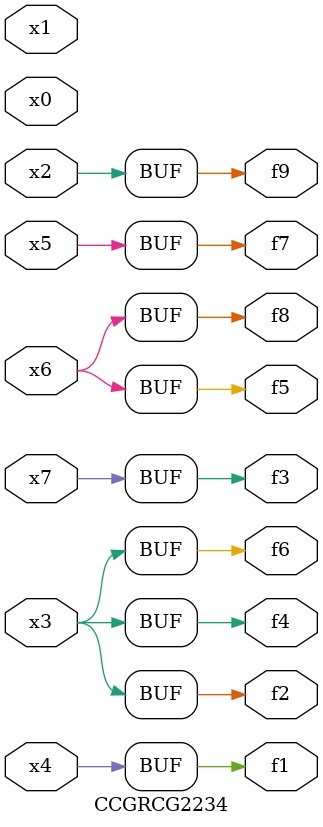
<source format=v>
module CCGRCG2234(
	input x0, x1, x2, x3, x4, x5, x6, x7,
	output f1, f2, f3, f4, f5, f6, f7, f8, f9
);
	assign f1 = x4;
	assign f2 = x3;
	assign f3 = x7;
	assign f4 = x3;
	assign f5 = x6;
	assign f6 = x3;
	assign f7 = x5;
	assign f8 = x6;
	assign f9 = x2;
endmodule

</source>
